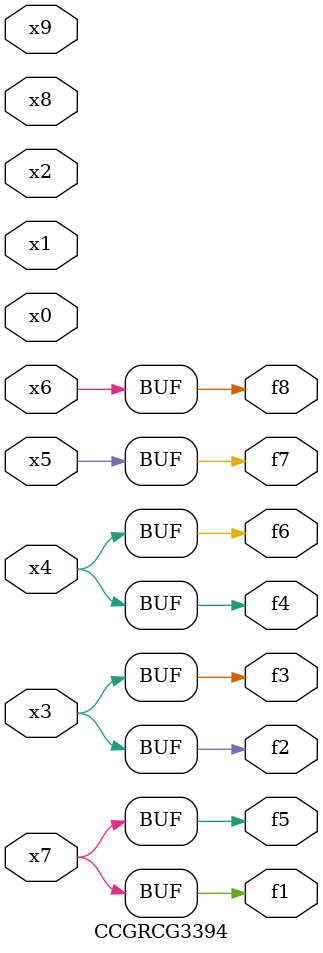
<source format=v>
module CCGRCG3394(
	input x0, x1, x2, x3, x4, x5, x6, x7, x8, x9,
	output f1, f2, f3, f4, f5, f6, f7, f8
);
	assign f1 = x7;
	assign f2 = x3;
	assign f3 = x3;
	assign f4 = x4;
	assign f5 = x7;
	assign f6 = x4;
	assign f7 = x5;
	assign f8 = x6;
endmodule

</source>
